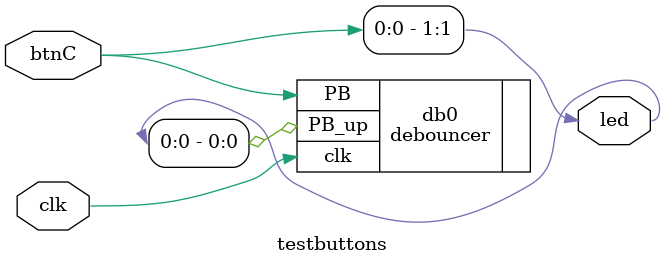
<source format=v>
`timescale 1ns / 1ps


module testbuttons(
    input btnC,
    input clk,
    output [1:0] led
);

wire bw;

debouncer db0(
    .clk(clk),
    .PB(btnC),
    .PB_up(led[0])
);

assign led[1] = btnC;

endmodule

</source>
